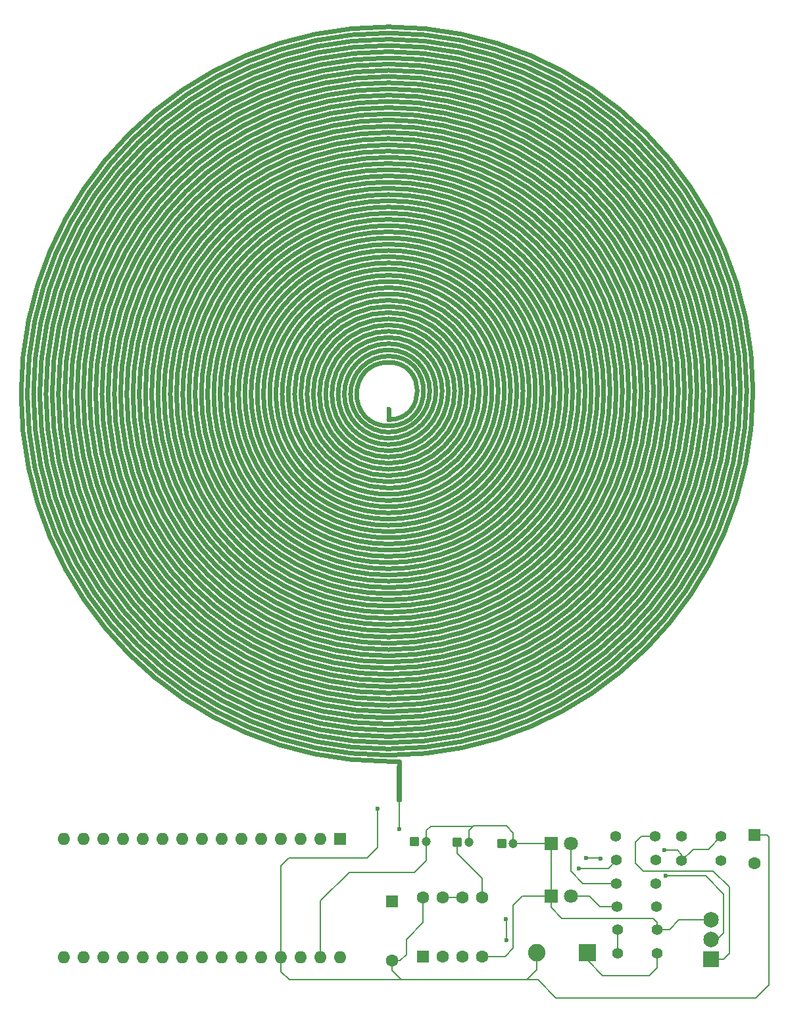
<source format=gbr>
%TF.GenerationSoftware,KiCad,Pcbnew,9.0.7*%
%TF.CreationDate,2026-01-18T12:08:03+01:00*%
%TF.ProjectId,Generator,47656e65-7261-4746-9f72-2e6b69636164,rev?*%
%TF.SameCoordinates,Original*%
%TF.FileFunction,Copper,L1,Top*%
%TF.FilePolarity,Positive*%
%FSLAX46Y46*%
G04 Gerber Fmt 4.6, Leading zero omitted, Abs format (unit mm)*
G04 Created by KiCad (PCBNEW 9.0.7) date 2026-01-18 12:08:03*
%MOMM*%
%LPD*%
G01*
G04 APERTURE LIST*
G04 Aperture macros list*
%AMRoundRect*
0 Rectangle with rounded corners*
0 $1 Rounding radius*
0 $2 $3 $4 $5 $6 $7 $8 $9 X,Y pos of 4 corners*
0 Add a 4 corners polygon primitive as box body*
4,1,4,$2,$3,$4,$5,$6,$7,$8,$9,$2,$3,0*
0 Add four circle primitives for the rounded corners*
1,1,$1+$1,$2,$3*
1,1,$1+$1,$4,$5*
1,1,$1+$1,$6,$7*
1,1,$1+$1,$8,$9*
0 Add four rect primitives between the rounded corners*
20,1,$1+$1,$2,$3,$4,$5,0*
20,1,$1+$1,$4,$5,$6,$7,0*
20,1,$1+$1,$6,$7,$8,$9,0*
20,1,$1+$1,$8,$9,$2,$3,0*%
G04 Aperture macros list end*
%TA.AperFunction,EtchedComponent*%
%ADD10C,0.600000*%
%TD*%
%TA.AperFunction,ComponentPad*%
%ADD11C,0.600000*%
%TD*%
%TA.AperFunction,SMDPad,CuDef*%
%ADD12RoundRect,0.150000X-0.150000X2.250000X-0.150000X-2.250000X0.150000X-2.250000X0.150000X2.250000X0*%
%TD*%
%TA.AperFunction,ComponentPad*%
%ADD13RoundRect,0.250000X-0.550000X0.550000X-0.550000X-0.550000X0.550000X-0.550000X0.550000X0.550000X0*%
%TD*%
%TA.AperFunction,ComponentPad*%
%ADD14C,1.600000*%
%TD*%
%TA.AperFunction,ComponentPad*%
%ADD15R,1.600000X1.600000*%
%TD*%
%TA.AperFunction,ComponentPad*%
%ADD16O,1.600000X1.600000*%
%TD*%
%TA.AperFunction,ComponentPad*%
%ADD17C,1.400000*%
%TD*%
%TA.AperFunction,ComponentPad*%
%ADD18R,1.800000X1.800000*%
%TD*%
%TA.AperFunction,ComponentPad*%
%ADD19C,1.800000*%
%TD*%
%TA.AperFunction,ComponentPad*%
%ADD20RoundRect,0.250000X-0.350000X-0.350000X0.350000X-0.350000X0.350000X0.350000X-0.350000X0.350000X0*%
%TD*%
%TA.AperFunction,ComponentPad*%
%ADD21C,1.200000*%
%TD*%
%TA.AperFunction,ComponentPad*%
%ADD22RoundRect,0.250000X0.550000X-0.550000X0.550000X0.550000X-0.550000X0.550000X-0.550000X-0.550000X0*%
%TD*%
%TA.AperFunction,ComponentPad*%
%ADD23R,2.250000X2.250000*%
%TD*%
%TA.AperFunction,ComponentPad*%
%ADD24C,2.250000*%
%TD*%
%TA.AperFunction,ComponentPad*%
%ADD25R,1.995000X1.995000*%
%TD*%
%TA.AperFunction,ComponentPad*%
%ADD26C,1.995000*%
%TD*%
%TA.AperFunction,ViaPad*%
%ADD27C,0.600000*%
%TD*%
%TA.AperFunction,Conductor*%
%ADD28C,0.200000*%
%TD*%
G04 APERTURE END LIST*
D10*
%TO.C,L1*%
X99900000Y-84900000D02*
X99900000Y-83500000D01*
X99900000Y-128900000D02*
X101300000Y-128900000D01*
X101300000Y-128900000D02*
X101300000Y-130000000D01*
X99900000Y-34300000D02*
G75*
G02*
X99900000Y-128100000I0J-46900000D01*
G01*
X99900000Y-35100000D02*
G75*
G02*
X99900000Y-127300000I0J-46100000D01*
G01*
X99900000Y-35900000D02*
G75*
G02*
X99900000Y-126500000I0J-45300000D01*
G01*
X99900000Y-36700000D02*
G75*
G02*
X99900000Y-125700000I0J-44500000D01*
G01*
X99900000Y-37500000D02*
G75*
G02*
X99900000Y-124900000I0J-43700000D01*
G01*
X99900000Y-38300000D02*
G75*
G02*
X99900000Y-124100000I0J-42900000D01*
G01*
X99900000Y-39100000D02*
G75*
G02*
X99900000Y-123300000I0J-42100000D01*
G01*
X99900000Y-39900000D02*
G75*
G02*
X99900000Y-122500000I0J-41300000D01*
G01*
X99900000Y-40700000D02*
G75*
G02*
X99900000Y-121700000I0J-40500000D01*
G01*
X99900000Y-41500000D02*
G75*
G02*
X99900000Y-120900000I0J-39700000D01*
G01*
X99900000Y-42300000D02*
G75*
G02*
X99900000Y-120100000I0J-38900000D01*
G01*
X99900000Y-43100000D02*
G75*
G02*
X99900000Y-119300000I0J-38100000D01*
G01*
X99900000Y-43900000D02*
G75*
G02*
X99900000Y-118500000I0J-37300000D01*
G01*
X99900000Y-44700000D02*
G75*
G02*
X99900000Y-117700000I0J-36500000D01*
G01*
X99900000Y-45500000D02*
G75*
G02*
X99900000Y-116900000I0J-35700000D01*
G01*
X99900000Y-46300000D02*
G75*
G02*
X99900000Y-116100000I0J-34900000D01*
G01*
X99900000Y-47100000D02*
G75*
G02*
X99900000Y-115300000I0J-34100000D01*
G01*
X99900000Y-47900000D02*
G75*
G02*
X99900000Y-114500000I0J-33300000D01*
G01*
X99900000Y-48700000D02*
G75*
G02*
X99900000Y-113700000I0J-32500000D01*
G01*
X99900000Y-49500000D02*
G75*
G02*
X99900000Y-112900000I0J-31700000D01*
G01*
X99900000Y-50300000D02*
G75*
G02*
X99900000Y-112100000I0J-30900000D01*
G01*
X99900000Y-51100000D02*
G75*
G02*
X99900000Y-111300000I0J-30100000D01*
G01*
X99900000Y-51900000D02*
G75*
G02*
X99900000Y-110500000I0J-29300000D01*
G01*
X99900000Y-52700000D02*
G75*
G02*
X99900000Y-109700000I0J-28500000D01*
G01*
X99900000Y-53500000D02*
G75*
G02*
X99900000Y-108900000I0J-27700000D01*
G01*
X99900000Y-54300000D02*
G75*
G02*
X99900000Y-108100000I0J-26900000D01*
G01*
X99900000Y-55100000D02*
G75*
G02*
X99900000Y-107300000I0J-26100000D01*
G01*
X99900000Y-55900000D02*
G75*
G02*
X99900000Y-106500000I0J-25300000D01*
G01*
X99900000Y-56700000D02*
G75*
G02*
X99900000Y-105700000I0J-24500000D01*
G01*
X99900000Y-57500000D02*
G75*
G02*
X99900000Y-104900000I0J-23700000D01*
G01*
X99900000Y-58300000D02*
G75*
G02*
X99900000Y-104100000I0J-22900000D01*
G01*
X99900000Y-59100000D02*
G75*
G02*
X99900000Y-103300000I0J-22100000D01*
G01*
X99900000Y-59900000D02*
G75*
G02*
X99900000Y-102500000I0J-21300000D01*
G01*
X99900000Y-60700000D02*
G75*
G02*
X99900000Y-101700000I0J-20500000D01*
G01*
X99900000Y-61500000D02*
G75*
G02*
X99900000Y-100900000I0J-19700000D01*
G01*
X99900000Y-62300000D02*
G75*
G02*
X99900000Y-100100000I0J-18900000D01*
G01*
X99900000Y-63100000D02*
G75*
G02*
X99900000Y-99300000I0J-18100000D01*
G01*
X99900000Y-63900000D02*
G75*
G02*
X99900000Y-98500000I0J-17300000D01*
G01*
X99900000Y-64700000D02*
G75*
G02*
X99900000Y-97700000I0J-16500000D01*
G01*
X99900000Y-65500000D02*
G75*
G02*
X99900000Y-96900000I0J-15700000D01*
G01*
X99900000Y-66300000D02*
G75*
G02*
X99900000Y-96100000I0J-14900000D01*
G01*
X99900000Y-67100000D02*
G75*
G02*
X99900000Y-95300000I0J-14100000D01*
G01*
X99900000Y-67900000D02*
G75*
G02*
X99900000Y-94500000I0J-13300000D01*
G01*
X99900000Y-68700000D02*
G75*
G02*
X99900000Y-93700000I0J-12500000D01*
G01*
X99900000Y-69500000D02*
G75*
G02*
X99900000Y-92900000I0J-11700000D01*
G01*
X99900000Y-70300000D02*
G75*
G02*
X99900000Y-92100000I0J-10900000D01*
G01*
X99900000Y-71100000D02*
G75*
G02*
X99900000Y-91300000I0J-10100000D01*
G01*
X99900000Y-71900000D02*
G75*
G02*
X99900000Y-90500000I0J-9300000D01*
G01*
X99900000Y-72700000D02*
G75*
G02*
X99900000Y-89700000I0J-8500000D01*
G01*
X99900000Y-73500000D02*
G75*
G02*
X99900000Y-88900000I0J-7700000D01*
G01*
X99900000Y-74300000D02*
G75*
G02*
X99900000Y-88100000I0J-6900000D01*
G01*
X99900000Y-75100000D02*
G75*
G02*
X99900000Y-87300000I0J-6100000D01*
G01*
X99900000Y-75900000D02*
G75*
G02*
X99900000Y-86500000I0J-5300000D01*
G01*
X99900000Y-76700000D02*
G75*
G02*
X99900000Y-85700000I0J-4500000D01*
G01*
X99900000Y-77500000D02*
G75*
G02*
X99900000Y-84900000I0J-3700000D01*
G01*
X99900000Y-85700000D02*
G75*
G02*
X99900000Y-77500000I0J4100000D01*
G01*
X99900000Y-86500000D02*
G75*
G02*
X99900000Y-76700000I0J4900000D01*
G01*
X99900000Y-87300000D02*
G75*
G02*
X99900000Y-75900000I0J5700000D01*
G01*
X99900000Y-88100000D02*
G75*
G02*
X99900000Y-75100000I0J6500000D01*
G01*
X99900000Y-88900000D02*
G75*
G02*
X99900000Y-74300000I0J7300000D01*
G01*
X99900000Y-89700000D02*
G75*
G02*
X99900000Y-73500000I0J8100000D01*
G01*
X99900000Y-90500000D02*
G75*
G02*
X99900000Y-72700000I0J8900000D01*
G01*
X99900000Y-91300000D02*
G75*
G02*
X99900000Y-71900000I0J9700000D01*
G01*
X99900000Y-92100000D02*
G75*
G02*
X99900000Y-71100000I0J10500000D01*
G01*
X99900000Y-92900000D02*
G75*
G02*
X99900000Y-70300000I0J11300000D01*
G01*
X99900000Y-93700000D02*
G75*
G02*
X99900000Y-69500000I0J12100000D01*
G01*
X99900000Y-94500000D02*
G75*
G02*
X99900000Y-68700000I0J12900000D01*
G01*
X99900000Y-95300000D02*
G75*
G02*
X99900000Y-67900000I0J13700000D01*
G01*
X99900000Y-96100000D02*
G75*
G02*
X99900000Y-67100000I0J14500000D01*
G01*
X99900000Y-96900000D02*
G75*
G02*
X99900000Y-66300000I0J15300000D01*
G01*
X99900000Y-97700000D02*
G75*
G02*
X99900000Y-65500000I0J16100000D01*
G01*
X99900000Y-98500000D02*
G75*
G02*
X99900000Y-64700000I0J16900000D01*
G01*
X99900000Y-99300000D02*
G75*
G02*
X99900000Y-63900000I0J17700000D01*
G01*
X99900000Y-100100000D02*
G75*
G02*
X99900000Y-63100000I0J18500000D01*
G01*
X99900000Y-100900000D02*
G75*
G02*
X99900000Y-62300000I0J19300000D01*
G01*
X99900000Y-101700000D02*
G75*
G02*
X99900000Y-61500000I0J20100000D01*
G01*
X99900000Y-102500000D02*
G75*
G02*
X99900000Y-60700000I0J20900000D01*
G01*
X99900000Y-103300000D02*
G75*
G02*
X99900000Y-59900000I0J21700000D01*
G01*
X99900000Y-104100000D02*
G75*
G02*
X99900000Y-59100000I0J22500000D01*
G01*
X99900000Y-104900000D02*
G75*
G02*
X99900000Y-58300000I0J23300000D01*
G01*
X99900000Y-105700000D02*
G75*
G02*
X99900000Y-57500000I0J24100000D01*
G01*
X99900000Y-106500000D02*
G75*
G02*
X99900000Y-56700000I0J24900000D01*
G01*
X99900000Y-107300000D02*
G75*
G02*
X99900000Y-55900000I0J25700000D01*
G01*
X99900000Y-108100000D02*
G75*
G02*
X99900000Y-55100000I0J26500000D01*
G01*
X99900000Y-108900000D02*
G75*
G02*
X99900000Y-54300000I0J27300000D01*
G01*
X99900000Y-109700000D02*
G75*
G02*
X99900000Y-53500000I0J28100000D01*
G01*
X99900000Y-110500000D02*
G75*
G02*
X99900000Y-52700000I0J28900000D01*
G01*
X99900000Y-111300000D02*
G75*
G02*
X99900000Y-51900000I0J29700000D01*
G01*
X99900000Y-112100000D02*
G75*
G02*
X99900000Y-51100000I0J30500000D01*
G01*
X99900000Y-112900000D02*
G75*
G02*
X99900000Y-50300000I0J31300000D01*
G01*
X99900000Y-113700000D02*
G75*
G02*
X99900000Y-49500000I0J32100000D01*
G01*
X99900000Y-114500000D02*
G75*
G02*
X99900000Y-48700000I0J32900000D01*
G01*
X99900000Y-115300000D02*
G75*
G02*
X99900000Y-47900000I0J33700000D01*
G01*
X99900000Y-116100000D02*
G75*
G02*
X99900000Y-47100000I0J34500000D01*
G01*
X99900000Y-116900000D02*
G75*
G02*
X99900000Y-46300000I0J35300000D01*
G01*
X99900000Y-117700000D02*
G75*
G02*
X99900000Y-45500000I0J36100000D01*
G01*
X99900000Y-118500000D02*
G75*
G02*
X99900000Y-44700000I0J36900000D01*
G01*
X99900000Y-119300000D02*
G75*
G02*
X99900000Y-43900000I0J37700000D01*
G01*
X99900000Y-120100000D02*
G75*
G02*
X99900000Y-43100000I0J38500000D01*
G01*
X99900000Y-120900000D02*
G75*
G02*
X99900000Y-42300000I0J39300000D01*
G01*
X99900000Y-121700000D02*
G75*
G02*
X99900000Y-41500000I0J40100000D01*
G01*
X99900000Y-122500000D02*
G75*
G02*
X99900000Y-40700000I0J40900000D01*
G01*
X99900000Y-123300000D02*
G75*
G02*
X99900000Y-39900000I0J41700000D01*
G01*
X99900000Y-124100000D02*
G75*
G02*
X99900000Y-39100000I0J42500000D01*
G01*
X99900000Y-124900000D02*
G75*
G02*
X99900000Y-38300000I0J43300000D01*
G01*
X99900000Y-125700000D02*
G75*
G02*
X99900000Y-37500000I0J44100000D01*
G01*
X99900000Y-126500000D02*
G75*
G02*
X99900000Y-36700000I0J44900000D01*
G01*
X99900000Y-127300000D02*
G75*
G02*
X99900000Y-35900000I0J45700000D01*
G01*
X99900000Y-128100000D02*
G75*
G02*
X99900000Y-35100000I0J46500000D01*
G01*
X99900000Y-128900000D02*
G75*
G02*
X99900000Y-34300000I0J47300000D01*
G01*
%TD*%
D11*
%TO.P,L1,0*%
%TO.N,N/C*%
X99900000Y-83500000D03*
D12*
%TO.P,L1,1,1*%
%TO.N,Net-(D3-A)*%
X101300000Y-131800000D03*
%TD*%
D13*
%TO.P,J1,1,Pin_1*%
%TO.N,+5V*%
X147000000Y-138400000D03*
D14*
%TO.P,J1,2,Pin_2*%
%TO.N,GND*%
X147000000Y-142000000D03*
%TD*%
D15*
%TO.P,A1,1,D1/TX*%
%TO.N,unconnected-(A1-D1{slash}TX-Pad1)*%
X93680000Y-138900000D03*
D16*
%TO.P,A1,2,D0/RX*%
%TO.N,unconnected-(A1-D0{slash}RX-Pad2)*%
X91140000Y-138900000D03*
%TO.P,A1,3,~{RESET}*%
%TO.N,unconnected-(A1-~{RESET}-Pad3)*%
X88600000Y-138900000D03*
%TO.P,A1,4,GND*%
%TO.N,unconnected-(A1-GND-Pad4)*%
X86060000Y-138900000D03*
%TO.P,A1,5,D2*%
%TO.N,unconnected-(A1-D2-Pad5)*%
X83520000Y-138900000D03*
%TO.P,A1,6,D3*%
%TO.N,unconnected-(A1-D3-Pad6)*%
X80980000Y-138900000D03*
%TO.P,A1,7,D4*%
%TO.N,Net-(A1-D4)*%
X78440000Y-138900000D03*
%TO.P,A1,8,D5*%
%TO.N,Net-(A1-D5)*%
X75900000Y-138900000D03*
%TO.P,A1,9,D6*%
%TO.N,Net-(A1-D6)*%
X73360000Y-138900000D03*
%TO.P,A1,10,D7*%
%TO.N,unconnected-(A1-D7-Pad10)*%
X70820000Y-138900000D03*
%TO.P,A1,11,D8*%
%TO.N,unconnected-(A1-D8-Pad11)*%
X68280000Y-138900000D03*
%TO.P,A1,12,D9*%
%TO.N,Net-(A1-D9)*%
X65740000Y-138900000D03*
%TO.P,A1,13,D10*%
%TO.N,unconnected-(A1-D10-Pad13)*%
X63200000Y-138900000D03*
%TO.P,A1,14,D11*%
%TO.N,unconnected-(A1-D11-Pad14)*%
X60660000Y-138900000D03*
%TO.P,A1,15,D12*%
%TO.N,unconnected-(A1-D12-Pad15)*%
X58120000Y-138900000D03*
%TO.P,A1,16,D13*%
%TO.N,unconnected-(A1-D13-Pad16)*%
X58120000Y-154140000D03*
%TO.P,A1,17,3V3*%
%TO.N,unconnected-(A1-3V3-Pad17)*%
X60660000Y-154140000D03*
%TO.P,A1,18,AREF*%
%TO.N,unconnected-(A1-AREF-Pad18)*%
X63200000Y-154140000D03*
%TO.P,A1,19,A0*%
%TO.N,unconnected-(A1-A0-Pad19)*%
X65740000Y-154140000D03*
%TO.P,A1,20,A1*%
%TO.N,unconnected-(A1-A1-Pad20)*%
X68280000Y-154140000D03*
%TO.P,A1,21,A2*%
%TO.N,unconnected-(A1-A2-Pad21)*%
X70820000Y-154140000D03*
%TO.P,A1,22,A3*%
%TO.N,unconnected-(A1-A3-Pad22)*%
X73360000Y-154140000D03*
%TO.P,A1,23,A4*%
%TO.N,unconnected-(A1-A4-Pad23)*%
X75900000Y-154140000D03*
%TO.P,A1,24,A5*%
%TO.N,unconnected-(A1-A5-Pad24)*%
X78440000Y-154140000D03*
%TO.P,A1,25,A6*%
%TO.N,unconnected-(A1-A6-Pad25)*%
X80980000Y-154140000D03*
%TO.P,A1,26,A7*%
%TO.N,unconnected-(A1-A7-Pad26)*%
X83520000Y-154140000D03*
%TO.P,A1,27,+5V*%
%TO.N,+5V*%
X86060000Y-154140000D03*
%TO.P,A1,28,~{RESET}*%
%TO.N,unconnected-(A1-~{RESET}-Pad28)*%
X88600000Y-154140000D03*
%TO.P,A1,29,GND*%
%TO.N,GND*%
X91140000Y-154140000D03*
%TO.P,A1,30,VIN*%
%TO.N,unconnected-(A1-VIN-Pad30)*%
X93680000Y-154140000D03*
%TD*%
D17*
%TO.P,R2,1*%
%TO.N,Net-(Q1-Pad2)*%
X134300000Y-141600000D03*
%TO.P,R2,2*%
%TO.N,Net-(D3-A)*%
X129220000Y-141600000D03*
%TD*%
D18*
%TO.P,D2,1,K*%
%TO.N,GND*%
X120810000Y-146250000D03*
D19*
%TO.P,D2,2,A*%
%TO.N,Net-(D2-A)*%
X123350000Y-146250000D03*
%TD*%
D17*
%TO.P,R5,1*%
%TO.N,Net-(D2-A)*%
X129320000Y-147600000D03*
%TO.P,R5,2*%
%TO.N,Net-(A1-D6)*%
X134400000Y-147600000D03*
%TD*%
%TO.P,R8,1*%
%TO.N,Net-(R8-Pad1)*%
X134490000Y-153650000D03*
%TO.P,R8,2*%
%TO.N,Net-(A1-D4)*%
X129410000Y-153650000D03*
%TD*%
%TO.P,R3,1*%
%TO.N,Net-(U1B-+)*%
X142700000Y-141700000D03*
%TO.P,R3,2*%
%TO.N,Net-(C3-Pad1)*%
X137620000Y-141700000D03*
%TD*%
D20*
%TO.P,C1,1*%
%TO.N,Net-(C1-Pad1)*%
X114450000Y-139450000D03*
D21*
%TO.P,C1,2*%
%TO.N,GND*%
X115950000Y-139450000D03*
%TD*%
D17*
%TO.P,R6,1*%
%TO.N,GND*%
X134450000Y-150550000D03*
%TO.P,R6,2*%
%TO.N,Net-(A1-D4)*%
X129370000Y-150550000D03*
%TD*%
%TO.P,R7,1*%
%TO.N,Net-(C3-Pad1)*%
X142700000Y-138550000D03*
%TO.P,R7,2*%
%TO.N,Net-(A1-D9)*%
X137620000Y-138550000D03*
%TD*%
D18*
%TO.P,D1,1,K*%
%TO.N,GND*%
X120810000Y-139500000D03*
D19*
%TO.P,D1,2,A*%
%TO.N,Net-(D1-A)*%
X123350000Y-139500000D03*
%TD*%
D22*
%TO.P,U1,1*%
%TO.N,unconnected-(U1-Pad1)*%
X104330000Y-154000000D03*
D14*
%TO.P,U1,2,-*%
%TO.N,unconnected-(U1A---Pad2)*%
X106870000Y-154000000D03*
%TO.P,U1,3,+*%
%TO.N,unconnected-(U1A-+-Pad3)*%
X109410000Y-154000000D03*
%TO.P,U1,4,V-*%
%TO.N,GND*%
X111950000Y-154000000D03*
%TO.P,U1,5,+*%
%TO.N,Net-(U1B-+)*%
X111950000Y-146380000D03*
%TO.P,U1,6,-*%
%TO.N,Net-(U1B--)*%
X109410000Y-146380000D03*
%TO.P,U1,7*%
X106870000Y-146380000D03*
%TO.P,U1,8,V+*%
%TO.N,+5V*%
X104330000Y-146380000D03*
%TD*%
D20*
%TO.P,C3,1*%
%TO.N,Net-(C3-Pad1)*%
X103250000Y-139200000D03*
D21*
%TO.P,C3,2*%
%TO.N,GND*%
X104750000Y-139200000D03*
%TD*%
D17*
%TO.P,R4,1*%
%TO.N,Net-(D1-A)*%
X129220000Y-144600000D03*
%TO.P,R4,2*%
%TO.N,Net-(A1-D5)*%
X134300000Y-144600000D03*
%TD*%
D23*
%TO.P,SW1,1,1*%
%TO.N,Net-(R8-Pad1)*%
X125450000Y-153500000D03*
D24*
%TO.P,SW1,2,2*%
%TO.N,+5V*%
X118950000Y-153500000D03*
%TD*%
D25*
%TO.P,Q1,1*%
%TO.N,Net-(C1-Pad1)*%
X141450000Y-154380000D03*
D26*
%TO.P,Q1,2*%
%TO.N,Net-(Q1-Pad2)*%
X141450000Y-151840000D03*
%TO.P,Q1,3*%
%TO.N,GND*%
X141450000Y-149300000D03*
%TD*%
D17*
%TO.P,R1,1*%
%TO.N,Net-(C1-Pad1)*%
X134240000Y-138550000D03*
%TO.P,R1,2*%
%TO.N,Net-(U1B--)*%
X129160000Y-138550000D03*
%TD*%
D20*
%TO.P,C2,1*%
%TO.N,Net-(U1B-+)*%
X108750000Y-139300000D03*
D21*
%TO.P,C2,2*%
%TO.N,GND*%
X110250000Y-139300000D03*
%TD*%
D13*
%TO.P,D3,1,A*%
%TO.N,Net-(D3-A)*%
X100350000Y-146930000D03*
D14*
%TO.P,D3,2,K*%
%TO.N,+5V*%
X100350000Y-154550000D03*
%TD*%
D27*
%TO.N,+5V*%
X98500000Y-134950000D03*
%TO.N,Net-(U1B-+)*%
X115050000Y-151950000D03*
X115000000Y-149250000D03*
%TO.N,Net-(C3-Pad1)*%
X127200000Y-141450000D03*
X125350000Y-141350000D03*
X135400000Y-140350000D03*
%TO.N,Net-(D3-A)*%
X101300000Y-137650000D03*
X124400000Y-142650000D03*
%TO.N,Net-(Q1-Pad2)*%
X135600000Y-143650000D03*
%TD*%
D28*
%TO.N,+5V*%
X119100000Y-157000000D02*
X117700000Y-157000000D01*
X121450000Y-159350000D02*
X119100000Y-157000000D01*
X147200000Y-159350000D02*
X121450000Y-159350000D01*
X148849000Y-157701000D02*
X147200000Y-159350000D01*
X148849000Y-138649000D02*
X148849000Y-157701000D01*
X148600000Y-138400000D02*
X148849000Y-138649000D01*
X147000000Y-138400000D02*
X148600000Y-138400000D01*
%TO.N,GND*%
X94800000Y-143200000D02*
X103200000Y-143200000D01*
X137300000Y-149300000D02*
X136050000Y-150550000D01*
X111950000Y-154000000D02*
X114900000Y-154000000D01*
X134450000Y-150550000D02*
X134450000Y-149600000D01*
X91140000Y-154140000D02*
X91140000Y-146860000D01*
X110250000Y-139300000D02*
X110250000Y-137750000D01*
X120810000Y-146250000D02*
X120810000Y-139500000D01*
X133950000Y-149100000D02*
X122200000Y-149100000D01*
X104750000Y-137800000D02*
X105300000Y-137250000D01*
X115950000Y-147450000D02*
X117150000Y-146250000D01*
X91140000Y-146860000D02*
X94800000Y-143200000D01*
X115950000Y-139450000D02*
X120760000Y-139450000D01*
X110800000Y-137200000D02*
X115050000Y-137200000D01*
X115950000Y-152950000D02*
X115950000Y-147450000D01*
X110750000Y-137250000D02*
X110800000Y-137200000D01*
X141450000Y-149300000D02*
X137300000Y-149300000D01*
X115950000Y-138100000D02*
X115950000Y-139450000D01*
X117150000Y-146250000D02*
X120810000Y-146250000D01*
X134450000Y-149600000D02*
X133950000Y-149100000D01*
X120810000Y-147710000D02*
X120810000Y-146250000D01*
X136050000Y-150550000D02*
X134450000Y-150550000D01*
X110250000Y-137750000D02*
X110750000Y-137250000D01*
X122200000Y-149100000D02*
X120810000Y-147710000D01*
X103200000Y-143200000D02*
X104750000Y-141650000D01*
X104750000Y-141650000D02*
X104750000Y-139200000D01*
X115050000Y-137200000D02*
X115950000Y-138100000D01*
X105300000Y-137250000D02*
X110750000Y-137250000D01*
X104750000Y-139200000D02*
X104750000Y-137800000D01*
X114900000Y-154000000D02*
X115950000Y-152950000D01*
X120760000Y-139450000D02*
X120810000Y-139500000D01*
%TO.N,+5V*%
X97100000Y-141350000D02*
X98500000Y-139950000D01*
X86060000Y-155960000D02*
X87100000Y-157000000D01*
X118950000Y-155750000D02*
X117700000Y-157000000D01*
X86060000Y-154140000D02*
X86060000Y-142340000D01*
X104330000Y-146380000D02*
X104330000Y-149670000D01*
X100350000Y-155800000D02*
X100350000Y-154550000D01*
X117700000Y-157000000D02*
X101550000Y-157000000D01*
X104330000Y-149670000D02*
X102250000Y-151750000D01*
X102200000Y-151750000D02*
X102200000Y-153750000D01*
X86060000Y-142340000D02*
X87050000Y-141350000D01*
X98500000Y-139600000D02*
X98500000Y-134950000D01*
X98500000Y-139950000D02*
X98500000Y-139600000D01*
X86060000Y-154140000D02*
X86060000Y-155960000D01*
X118950000Y-153500000D02*
X118950000Y-155750000D01*
X102250000Y-151750000D02*
X102200000Y-151750000D01*
X101550000Y-157000000D02*
X100350000Y-155800000D01*
X87100000Y-157000000D02*
X101550000Y-157000000D01*
X87050000Y-141350000D02*
X97100000Y-141350000D01*
X101400000Y-154550000D02*
X100350000Y-154550000D01*
X102200000Y-153750000D02*
X101400000Y-154550000D01*
%TO.N,Net-(A1-D4)*%
X129370000Y-153610000D02*
X129410000Y-153650000D01*
X129370000Y-150550000D02*
X129370000Y-153610000D01*
%TO.N,Net-(C1-Pad1)*%
X131650000Y-139300000D02*
X132400000Y-138550000D01*
X132650000Y-143050000D02*
X131650000Y-142050000D01*
X132400000Y-138550000D02*
X134240000Y-138550000D01*
X141450000Y-154380000D02*
X143020000Y-154380000D01*
X131650000Y-142050000D02*
X131650000Y-139300000D01*
X141700000Y-143050000D02*
X132650000Y-143050000D01*
X143750000Y-153650000D02*
X143750000Y-145100000D01*
X143750000Y-145100000D02*
X141700000Y-143050000D01*
X143020000Y-154380000D02*
X143750000Y-153650000D01*
%TO.N,Net-(U1B-+)*%
X115050000Y-149300000D02*
X115000000Y-149250000D01*
X115050000Y-151950000D02*
X115050000Y-149300000D01*
X108750000Y-139300000D02*
X108750000Y-140750000D01*
X108750000Y-140750000D02*
X111950000Y-143950000D01*
X111950000Y-143950000D02*
X111950000Y-146380000D01*
%TO.N,Net-(C3-Pad1)*%
X127100000Y-141350000D02*
X127200000Y-141450000D01*
X125350000Y-141350000D02*
X127100000Y-141350000D01*
X137050000Y-140350000D02*
X137620000Y-140920000D01*
X137620000Y-140920000D02*
X137620000Y-141700000D01*
X141050000Y-140200000D02*
X142700000Y-138550000D01*
X139120000Y-140200000D02*
X141050000Y-140200000D01*
X137620000Y-141700000D02*
X139120000Y-140200000D01*
X135400000Y-140350000D02*
X137050000Y-140350000D01*
%TO.N,Net-(D1-A)*%
X124900000Y-144600000D02*
X123350000Y-143050000D01*
X123350000Y-143050000D02*
X123350000Y-139500000D01*
X129220000Y-144600000D02*
X124900000Y-144600000D01*
%TO.N,Net-(D2-A)*%
X125750000Y-146250000D02*
X127100000Y-147600000D01*
X127100000Y-147600000D02*
X129320000Y-147600000D01*
X123350000Y-146250000D02*
X125750000Y-146250000D01*
%TO.N,Net-(D3-A)*%
X129220000Y-141600000D02*
X128170000Y-142650000D01*
X128170000Y-142650000D02*
X124400000Y-142650000D01*
X101300000Y-137650000D02*
X101300000Y-131900000D01*
%TO.N,Net-(Q1-Pad2)*%
X142160000Y-151840000D02*
X143050000Y-150950000D01*
X143050000Y-150950000D02*
X143050000Y-146000000D01*
X141450000Y-151840000D02*
X142160000Y-151840000D01*
X140700000Y-143650000D02*
X135600000Y-143650000D01*
X143050000Y-146000000D02*
X140700000Y-143650000D01*
%TO.N,Net-(U1B--)*%
X106870000Y-146380000D02*
X109410000Y-146380000D01*
%TO.N,Net-(R8-Pad1)*%
X134490000Y-155460000D02*
X133450000Y-156500000D01*
X125450000Y-154500000D02*
X125450000Y-153500000D01*
X134490000Y-153650000D02*
X134490000Y-155460000D01*
X127450000Y-156500000D02*
X125450000Y-154500000D01*
X133450000Y-156500000D02*
X127450000Y-156500000D01*
%TD*%
M02*

</source>
